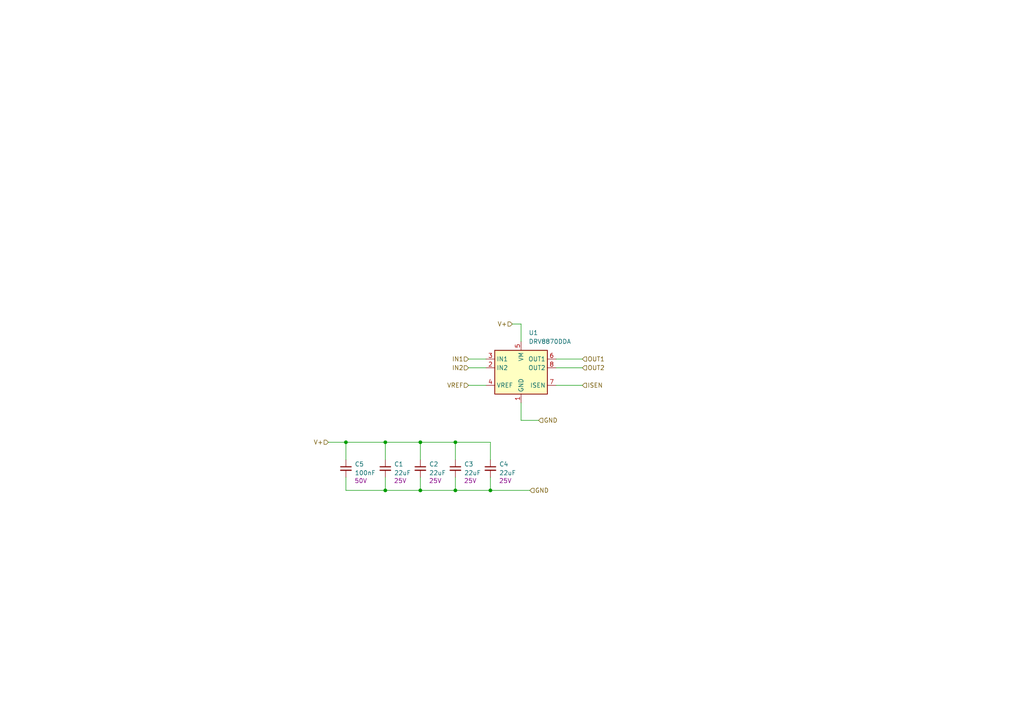
<source format=kicad_sch>
(kicad_sch (version 20231120) (generator "eeschema") (generator_version "8.0")
  (paper "A4")
  (lib_symbols
    (symbol "Device:C_Small" (pin_numbers hide) (pin_names (offset 0.254) hide)
      (property "Reference" "C" (at 0.254 1.778 0))
      (property "Value" "C_Small" (at 0.254 -2.032 0))
      (symbol "C_Small_0_1"
        (polyline (pts (xy -1.524 -0.508) (xy 1.524 -0.508)) (stroke (width 0.3302)))
        (polyline (pts (xy -1.524 0.508) (xy 1.524 0.508)) (stroke (width 0.3048)))
      )
      (symbol "C_Small_1_1"
        (pin passive line (at 0 2.54 270) (length 2.032) (name "~") (number "1"))
        (pin passive line (at 0 -2.54 90) (length 2.032) (name "~") (number "2"))
      )
    )
    (symbol "Driver_Motor:DRV8870DDA"
      (property "Reference" "U" (at -6.35 6.35 0))
      (property "Value" "DRV8870DDA" (at 8.89 6.35 0))
      (symbol "DRV8870DDA_0_1"
        (rectangle (start -7.62 5.08) (end 7.62 -7.62) (stroke (width 0.254)) (fill (type background)))
      )
      (symbol "DRV8870DDA_1_1"
        (pin power_in line (at 0 -10.16 90) (length 2.54) (name "GND") (number "1"))
        (pin input line (at -10.16 0 0) (length 2.54) (name "IN2") (number "2"))
        (pin input line (at -10.16 2.54 0) (length 2.54) (name "IN1") (number "3"))
        (pin input line (at -10.16 -5.08 0) (length 2.54) (name "VREF") (number "4"))
        (pin power_in line (at 0 7.62 270) (length 2.54) (name "VM") (number "5"))
        (pin output line (at 10.16 2.54 180) (length 2.54) (name "OUT1") (number "6"))
        (pin passive line (at 10.16 -5.08 180) (length 2.54) (name "ISEN") (number "7"))
        (pin output line (at 10.16 0 180) (length 2.54) (name "OUT2") (number "8"))
        (pin passive line (at 0 -10.16 90) (length 2.54) hide (name "GND") (number "9"))
      )
    )
  )
  (junction (at 142.24 142.24))
  (junction (at 121.92 142.24))
  (junction (at 111.76 128.27))
  (junction (at 132.08 128.27))
  (junction (at 121.92 128.27))
  (junction (at 100.33 128.27))
  (junction (at 132.08 142.24))
  (junction (at 111.76 142.24))
  (wire (pts (xy 161.29 104.14) (xy 168.91 104.14)))
  (wire (pts (xy 100.33 128.27) (xy 111.76 128.27)))
  (wire (pts (xy 100.33 142.24) (xy 111.76 142.24)))
  (wire (pts (xy 111.76 142.24) (xy 111.76 138.43)))
  (wire (pts (xy 142.24 138.43) (xy 142.24 142.24)))
  (wire (pts (xy 161.29 106.68) (xy 168.91 106.68)))
  (wire (pts (xy 148.59 93.98) (xy 151.13 93.98)))
  (wire (pts (xy 153.67 142.24) (xy 142.24 142.24)))
  (wire (pts (xy 111.76 128.27) (xy 111.76 133.35)))
  (wire (pts (xy 156.21 121.92) (xy 151.13 121.92)))
  (wire (pts (xy 151.13 121.92) (xy 151.13 116.84)))
  (wire (pts (xy 132.08 128.27) (xy 132.08 133.35)))
  (wire (pts (xy 121.92 128.27) (xy 111.76 128.27)))
  (wire (pts (xy 121.92 128.27) (xy 121.92 133.35)))
  (wire (pts (xy 135.89 104.14) (xy 140.97 104.14)))
  (wire (pts (xy 95.25 128.27) (xy 100.33 128.27)))
  (wire (pts (xy 161.29 111.76) (xy 168.91 111.76)))
  (wire (pts (xy 142.24 133.35) (xy 142.24 128.27)))
  (wire (pts (xy 100.33 128.27) (xy 100.33 133.35)))
  (wire (pts (xy 142.24 128.27) (xy 132.08 128.27)))
  (wire (pts (xy 121.92 142.24) (xy 111.76 142.24)))
  (wire (pts (xy 142.24 142.24) (xy 132.08 142.24)))
  (wire (pts (xy 132.08 128.27) (xy 121.92 128.27)))
  (wire (pts (xy 132.08 138.43) (xy 132.08 142.24)))
  (wire (pts (xy 135.89 111.76) (xy 140.97 111.76)))
  (wire (pts (xy 151.13 93.98) (xy 151.13 99.06)))
  (wire (pts (xy 100.33 138.43) (xy 100.33 142.24)))
  (wire (pts (xy 121.92 138.43) (xy 121.92 142.24)))
  (wire (pts (xy 132.08 142.24) (xy 121.92 142.24)))
  (wire (pts (xy 135.89 106.68) (xy 140.97 106.68)))
  (hierarchical_label "GND" (shape input) (at 156.21 121.92 0))
  (hierarchical_label "IN1" (shape input) (at 135.89 104.14 180))
  (hierarchical_label "OUT2" (shape input) (at 168.91 106.68 0))
  (hierarchical_label "VREF" (shape input) (at 135.89 111.76 180))
  (hierarchical_label "V+" (shape input) (at 95.25 128.27 180))
  (hierarchical_label "ISEN" (shape input) (at 168.91 111.76 0))
  (hierarchical_label "IN2" (shape input) (at 135.89 106.68 180))
  (hierarchical_label "V+" (shape input) (at 148.59 93.98 180))
  (hierarchical_label "GND" (shape input) (at 153.67 142.24 0))
  (hierarchical_label "OUT1" (shape input) (at 168.91 104.14 0))
  (symbol (lib_id "Driver_Motor:DRV8870DDA") (at 151.13 106.68 0) (unit 1)
    (property "Reference" "U1" (at 153.3241 96.52 0) (effects (justify left)))
    (property "Value" "DRV8870DDA" (at 153.3241 99.06 0) (effects (justify left)))
    (property "Footprint" "Package_SO:Texas_HTSOP-8-1EP_3.9x4.9mm_P1.27mm_EP2.95x4.9mm_Mask2.4x3.1mm_ThermalVias" (effects (hide yes)))
    (property "Datasheet" "http://www.ti.com/lit/ds/symlink/drv8870.pdf" (effects (hide yes)))
    (property "Description" "Brushed DC Motor Driver, PWM Control, 45V, 3.6A, Dynamic current limiting, HTSOP-8" (effects (hide yes)))
    (property "lcsc" "C86590" (effects (hide yes)))
  )
  (symbol (lib_id "Device:C_Small") (at 132.08 135.89 0) (unit 1)
    (property "Reference" "C3" (at 134.62 134.6262 0) (effects (justify left)))
    (property "Value" "22uF" (at 134.62 137.1662 0) (effects (justify left)))
    (property "Footprint" "Capacitor_SMD:C_0805_2012Metric" (effects (hide yes)))
    (property "Description" "Unpolarized capacitor, small symbol" (effects (hide yes)))
    (property "lcsc" "C45783" (effects (hide yes)))
    (property "Voltage" "25V" (at 136.398 139.446 0))
  )
  (symbol (lib_id "Device:C_Small") (at 111.76 135.89 0) (unit 1)
    (property "Reference" "C1" (at 114.3 134.6262 0) (effects (justify left)))
    (property "Value" "22uF" (at 114.3 137.1662 0) (effects (justify left)))
    (property "Footprint" "Capacitor_SMD:C_0805_2012Metric" (effects (hide yes)))
    (property "Description" "Unpolarized capacitor, small symbol" (effects (hide yes)))
    (property "lcsc" "C45783" (effects (hide yes)))
    (property "Voltage" "25V" (at 116.078 139.446 0))
  )
  (symbol (lib_id "Device:C_Small") (at 121.92 135.89 0) (unit 1)
    (property "Reference" "C2" (at 124.46 134.6262 0) (effects (justify left)))
    (property "Value" "22uF" (at 124.46 137.1662 0) (effects (justify left)))
    (property "Footprint" "Capacitor_SMD:C_0805_2012Metric" (effects (hide yes)))
    (property "Description" "Unpolarized capacitor, small symbol" (effects (hide yes)))
    (property "lcsc" "C45783" (effects (hide yes)))
    (property "Voltage" "25V" (at 126.238 139.446 0))
  )
  (symbol (lib_id "Device:C_Small") (at 100.33 135.89 0) (unit 1)
    (property "Reference" "C5" (at 102.87 134.6262 0) (effects (justify left)))
    (property "Value" "100nF" (at 102.87 137.1662 0) (effects (justify left)))
    (property "Footprint" "Capacitor_SMD:C_0603_1608Metric" (effects (hide yes)))
    (property "Description" "Unpolarized capacitor, small symbol" (effects (hide yes)))
    (property "lcsc" "C14663" (effects (hide yes)))
    (property "Voltage" "50V" (at 104.648 139.446 0))
  )
  (symbol (lib_id "Device:C_Small") (at 142.24 135.89 0) (unit 1)
    (property "Reference" "C4" (at 144.78 134.6262 0) (effects (justify left)))
    (property "Value" "22uF" (at 144.78 137.1662 0) (effects (justify left)))
    (property "Footprint" "Capacitor_SMD:C_0805_2012Metric" (effects (hide yes)))
    (property "Description" "Unpolarized capacitor, small symbol" (effects (hide yes)))
    (property "lcsc" "C45783" (effects (hide yes)))
    (property "Voltage" "25V" (at 146.558 139.446 0))
  )
)
</source>
